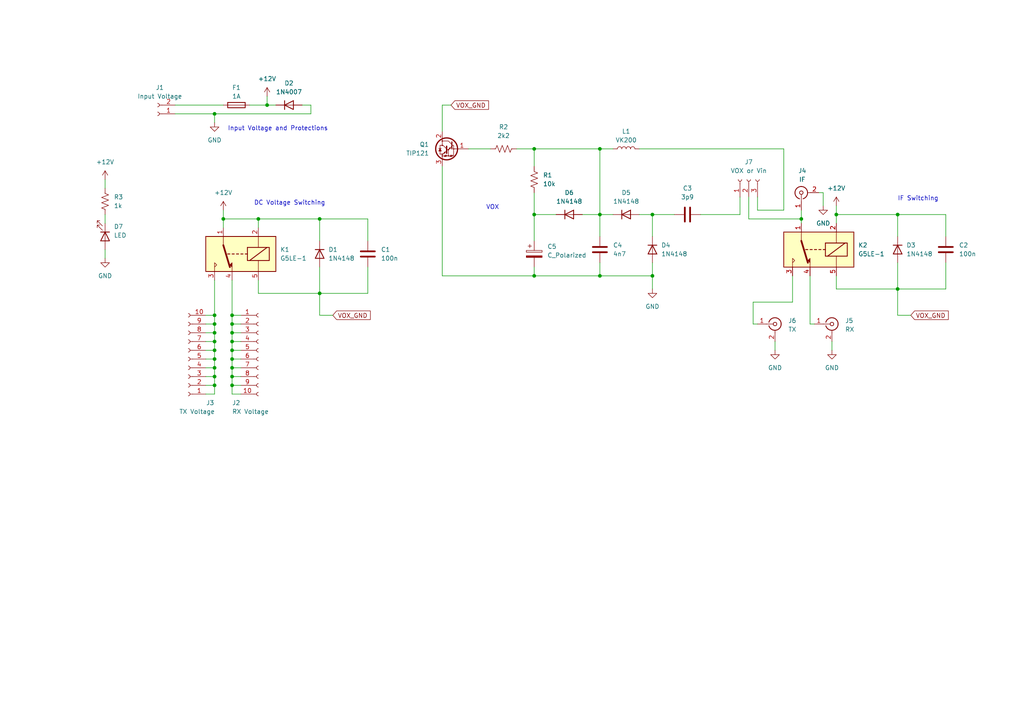
<source format=kicad_sch>
(kicad_sch (version 20230121) (generator eeschema)
  (paper "A4")
  (lib_symbols
    (symbol "Connector:Conn_01x02_Socket" (pin_names (offset 1.016) hide)
      (property "Reference" "J" (at 0 2.54 0))
      (property "Value" "Conn_01x02_Socket" (at 0 -5.08 0))
      (symbol "Conn_01x02_Socket_1_1"
        (arc (start 0 -2.032) (mid -0.5058 -2.54) (end 0 -3.048) (stroke (width 0.1524)))
        (polyline (pts (xy -1.27 -2.54) (xy -0.508 -2.54)) (stroke (width 0.1524)))
        (polyline (pts (xy -1.27 0) (xy -0.508 0)) (stroke (width 0.1524)))
        (arc (start 0 0.508) (mid -0.5058 0) (end 0 -0.508) (stroke (width 0.1524)))
        (pin passive line (at -5.08 0 0) (length 3.81) (name "Pin_1") (number "1"))
        (pin passive line (at -5.08 -2.54 0) (length 3.81) (name "Pin_2") (number "2"))
      )
    )
    (symbol "Connector:Conn_01x03_Socket" (pin_names (offset 1.016) hide)
      (property "Reference" "J" (at 0 5.08 0))
      (property "Value" "Conn_01x03_Socket" (at 0 -5.08 0))
      (symbol "Conn_01x03_Socket_1_1"
        (arc (start 0 -2.032) (mid -0.5058 -2.54) (end 0 -3.048) (stroke (width 0.1524)))
        (polyline (pts (xy -1.27 -2.54) (xy -0.508 -2.54)) (stroke (width 0.1524)))
        (polyline (pts (xy -1.27 0) (xy -0.508 0)) (stroke (width 0.1524)))
        (polyline (pts (xy -1.27 2.54) (xy -0.508 2.54)) (stroke (width 0.1524)))
        (arc (start 0 0.508) (mid -0.5058 0) (end 0 -0.508) (stroke (width 0.1524)))
        (arc (start 0 3.048) (mid -0.5058 2.54) (end 0 2.032) (stroke (width 0.1524)))
        (pin passive line (at -5.08 2.54 0) (length 3.81) (name "Pin_1") (number "1"))
        (pin passive line (at -5.08 0 0) (length 3.81) (name "Pin_2") (number "2"))
        (pin passive line (at -5.08 -2.54 0) (length 3.81) (name "Pin_3") (number "3"))
      )
    )
    (symbol "Connector:Conn_01x10_Socket" (pin_names (offset 1.016) hide)
      (property "Reference" "J" (at 0 12.7 0))
      (property "Value" "Conn_01x10_Socket" (at 0 -15.24 0))
      (symbol "Conn_01x10_Socket_1_1"
        (arc (start 0 -12.192) (mid -0.5058 -12.7) (end 0 -13.208) (stroke (width 0.1524)))
        (arc (start 0 -9.652) (mid -0.5058 -10.16) (end 0 -10.668) (stroke (width 0.1524)))
        (arc (start 0 -7.112) (mid -0.5058 -7.62) (end 0 -8.128) (stroke (width 0.1524)))
        (arc (start 0 -4.572) (mid -0.5058 -5.08) (end 0 -5.588) (stroke (width 0.1524)))
        (arc (start 0 -2.032) (mid -0.5058 -2.54) (end 0 -3.048) (stroke (width 0.1524)))
        (polyline (pts (xy -1.27 -12.7) (xy -0.508 -12.7)) (stroke (width 0.1524)))
        (polyline (pts (xy -1.27 -10.16) (xy -0.508 -10.16)) (stroke (width 0.1524)))
        (polyline (pts (xy -1.27 -7.62) (xy -0.508 -7.62)) (stroke (width 0.1524)))
        (polyline (pts (xy -1.27 -5.08) (xy -0.508 -5.08)) (stroke (width 0.1524)))
        (polyline (pts (xy -1.27 -2.54) (xy -0.508 -2.54)) (stroke (width 0.1524)))
        (polyline (pts (xy -1.27 0) (xy -0.508 0)) (stroke (width 0.1524)))
        (polyline (pts (xy -1.27 2.54) (xy -0.508 2.54)) (stroke (width 0.1524)))
        (polyline (pts (xy -1.27 5.08) (xy -0.508 5.08)) (stroke (width 0.1524)))
        (polyline (pts (xy -1.27 7.62) (xy -0.508 7.62)) (stroke (width 0.1524)))
        (polyline (pts (xy -1.27 10.16) (xy -0.508 10.16)) (stroke (width 0.1524)))
        (arc (start 0 0.508) (mid -0.5058 0) (end 0 -0.508) (stroke (width 0.1524)))
        (arc (start 0 3.048) (mid -0.5058 2.54) (end 0 2.032) (stroke (width 0.1524)))
        (arc (start 0 5.588) (mid -0.5058 5.08) (end 0 4.572) (stroke (width 0.1524)))
        (arc (start 0 8.128) (mid -0.5058 7.62) (end 0 7.112) (stroke (width 0.1524)))
        (arc (start 0 10.668) (mid -0.5058 10.16) (end 0 9.652) (stroke (width 0.1524)))
        (pin passive line (at -5.08 10.16 0) (length 3.81) (name "Pin_1") (number "1"))
        (pin passive line (at -5.08 -12.7 0) (length 3.81) (name "Pin_10") (number "10"))
        (pin passive line (at -5.08 7.62 0) (length 3.81) (name "Pin_2") (number "2"))
        (pin passive line (at -5.08 5.08 0) (length 3.81) (name "Pin_3") (number "3"))
        (pin passive line (at -5.08 2.54 0) (length 3.81) (name "Pin_4") (number "4"))
        (pin passive line (at -5.08 0 0) (length 3.81) (name "Pin_5") (number "5"))
        (pin passive line (at -5.08 -2.54 0) (length 3.81) (name "Pin_6") (number "6"))
        (pin passive line (at -5.08 -5.08 0) (length 3.81) (name "Pin_7") (number "7"))
        (pin passive line (at -5.08 -7.62 0) (length 3.81) (name "Pin_8") (number "8"))
        (pin passive line (at -5.08 -10.16 0) (length 3.81) (name "Pin_9") (number "9"))
      )
    )
    (symbol "Connector:Conn_Coaxial" (pin_names (offset 1.016) hide)
      (property "Reference" "J" (at 0.254 3.048 0))
      (property "Value" "Conn_Coaxial" (at 2.921 0 90))
      (symbol "Conn_Coaxial_0_1"
        (arc (start -1.778 -0.508) (mid 0.2311 -1.8066) (end 1.778 0) (stroke (width 0.254)))
        (polyline (pts (xy -2.54 0) (xy -0.508 0)))
        (polyline (pts (xy 0 -2.54) (xy 0 -1.778)))
        (circle (center 0 0) (radius 0.508) (stroke (width 0.2032)))
        (arc (start 1.778 0) (mid 0.2099 1.8101) (end -1.778 0.508) (stroke (width 0.254)))
      )
      (symbol "Conn_Coaxial_1_1"
        (pin passive line (at -5.08 0 0) (length 2.54) (name "In") (number "1"))
        (pin passive line (at 0 -5.08 90) (length 2.54) (name "Ext") (number "2"))
      )
    )
    (symbol "Device:C" (pin_numbers hide) (pin_names (offset 0.254))
      (property "Reference" "C" (at 0.635 2.54 0))
      (property "Value" "C" (at 0.635 -2.54 0))
      (symbol "C_0_1"
        (polyline (pts (xy -2.032 -0.762) (xy 2.032 -0.762)) (stroke (width 0.508)))
        (polyline (pts (xy -2.032 0.762) (xy 2.032 0.762)) (stroke (width 0.508)))
      )
      (symbol "C_1_1"
        (pin passive line (at 0 3.81 270) (length 2.794) (name "~") (number "1"))
        (pin passive line (at 0 -3.81 90) (length 2.794) (name "~") (number "2"))
      )
    )
    (symbol "Device:C_Polarized" (pin_numbers hide) (pin_names (offset 0.254))
      (property "Reference" "C" (at 0.635 2.54 0))
      (property "Value" "C_Polarized" (at 0.635 -2.54 0))
      (symbol "C_Polarized_0_1"
        (rectangle (start -2.286 0.508) (end 2.286 1.016))
        (polyline (pts (xy -1.778 2.286) (xy -0.762 2.286)))
        (polyline (pts (xy -1.27 2.794) (xy -1.27 1.778)))
        (rectangle (start 2.286 -0.508) (end -2.286 -1.016) (fill (type outline)))
      )
      (symbol "C_Polarized_1_1"
        (pin passive line (at 0 3.81 270) (length 2.794) (name "~") (number "1"))
        (pin passive line (at 0 -3.81 90) (length 2.794) (name "~") (number "2"))
      )
    )
    (symbol "Device:Fuse" (pin_numbers hide) (pin_names (offset 0))
      (property "Reference" "F" (at 2.032 0 90))
      (property "Value" "Fuse" (at -1.905 0 90))
      (symbol "Fuse_0_1"
        (rectangle (start -0.762 -2.54) (end 0.762 2.54) (stroke (width 0.254)))
        (polyline (pts (xy 0 2.54) (xy 0 -2.54)))
      )
      (symbol "Fuse_1_1"
        (pin passive line (at 0 3.81 270) (length 1.27) (name "~") (number "1"))
        (pin passive line (at 0 -3.81 90) (length 1.27) (name "~") (number "2"))
      )
    )
    (symbol "Device:L" (pin_numbers hide) (pin_names (offset 1.016) hide)
      (property "Reference" "L" (at -1.27 0 90))
      (property "Value" "L" (at 1.905 0 90))
      (symbol "L_0_1"
        (arc (start 0 -2.54) (mid 0.6323 -1.905) (end 0 -1.27))
        (arc (start 0 -1.27) (mid 0.6323 -0.635) (end 0 0))
        (arc (start 0 0) (mid 0.6323 0.635) (end 0 1.27))
        (arc (start 0 1.27) (mid 0.6323 1.905) (end 0 2.54))
      )
      (symbol "L_1_1"
        (pin passive line (at 0 3.81 270) (length 1.27) (name "1") (number "1"))
        (pin passive line (at 0 -3.81 90) (length 1.27) (name "2") (number "2"))
      )
    )
    (symbol "Device:LED" (pin_numbers hide) (pin_names (offset 1.016) hide)
      (property "Reference" "D" (at 0 2.54 0))
      (property "Value" "LED" (at 0 -2.54 0))
      (symbol "LED_0_1"
        (polyline (pts (xy -1.27 -1.27) (xy -1.27 1.27)) (stroke (width 0.254)))
        (polyline (pts (xy -1.27 0) (xy 1.27 0)))
        (polyline (pts (xy 1.27 -1.27) (xy 1.27 1.27) (xy -1.27 0) (xy 1.27 -1.27)) (stroke (width 0.254)))
        (polyline (pts (xy -3.048 -0.762) (xy -4.572 -2.286) (xy -3.81 -2.286) (xy -4.572 -2.286) (xy -4.572 -1.524)))
        (polyline (pts (xy -1.778 -0.762) (xy -3.302 -2.286) (xy -2.54 -2.286) (xy -3.302 -2.286) (xy -3.302 -1.524)))
      )
      (symbol "LED_1_1"
        (pin passive line (at -3.81 0 0) (length 2.54) (name "K") (number "1"))
        (pin passive line (at 3.81 0 180) (length 2.54) (name "A") (number "2"))
      )
    )
    (symbol "Device:R_US" (pin_numbers hide) (pin_names (offset 0))
      (property "Reference" "R" (at 2.54 0 90))
      (property "Value" "R_US" (at -2.54 0 90))
      (symbol "R_US_0_1"
        (polyline (pts (xy 0 -2.286) (xy 0 -2.54)))
        (polyline (pts (xy 0 2.286) (xy 0 2.54)))
        (polyline (pts (xy 0 -0.762) (xy 1.016 -1.143) (xy 0 -1.524) (xy -1.016 -1.905) (xy 0 -2.286)))
        (polyline (pts (xy 0 0.762) (xy 1.016 0.381) (xy 0 0) (xy -1.016 -0.381) (xy 0 -0.762)))
        (polyline (pts (xy 0 2.286) (xy 1.016 1.905) (xy 0 1.524) (xy -1.016 1.143) (xy 0 0.762)))
      )
      (symbol "R_US_1_1"
        (pin passive line (at 0 3.81 270) (length 1.27) (name "~") (number "1"))
        (pin passive line (at 0 -3.81 90) (length 1.27) (name "~") (number "2"))
      )
    )
    (symbol "Diode:1N4007" (pin_numbers hide) (pin_names hide)
      (property "Reference" "D" (at 0 2.54 0))
      (property "Value" "1N4007" (at 0 -2.54 0))
      (symbol "1N4007_0_1"
        (polyline (pts (xy -1.27 1.27) (xy -1.27 -1.27)) (stroke (width 0.254)))
        (polyline (pts (xy 1.27 0) (xy -1.27 0)))
        (polyline (pts (xy 1.27 1.27) (xy 1.27 -1.27) (xy -1.27 0) (xy 1.27 1.27)) (stroke (width 0.254)))
      )
      (symbol "1N4007_1_1"
        (pin passive line (at -3.81 0 0) (length 2.54) (name "K") (number "1"))
        (pin passive line (at 3.81 0 180) (length 2.54) (name "A") (number "2"))
      )
    )
    (symbol "Diode:1N4148" (pin_numbers hide) (pin_names hide)
      (property "Reference" "D" (at 0 2.54 0))
      (property "Value" "1N4148" (at 0 -2.54 0))
      (symbol "1N4148_0_1"
        (polyline (pts (xy -1.27 1.27) (xy -1.27 -1.27)) (stroke (width 0.254)))
        (polyline (pts (xy 1.27 0) (xy -1.27 0)))
        (polyline (pts (xy 1.27 1.27) (xy 1.27 -1.27) (xy -1.27 0) (xy 1.27 1.27)) (stroke (width 0.254)))
      )
      (symbol "1N4148_1_1"
        (pin passive line (at -3.81 0 0) (length 2.54) (name "K") (number "1"))
        (pin passive line (at 3.81 0 180) (length 2.54) (name "A") (number "2"))
      )
    )
    (symbol "Relay:G5LE-1"
      (property "Reference" "K" (at 11.43 3.81 0))
      (property "Value" "G5LE-1" (at 11.43 1.27 0))
      (symbol "G5LE-1_0_0"
        (polyline (pts (xy 7.62 5.08) (xy 7.62 2.54) (xy 6.985 3.175) (xy 7.62 3.81)))
      )
      (symbol "G5LE-1_0_1"
        (rectangle (start -10.16 5.08) (end 10.16 -5.08) (stroke (width 0.254)) (fill (type background)))
        (rectangle (start -8.255 1.905) (end -1.905 -1.905) (stroke (width 0.254)))
        (polyline (pts (xy -7.62 -1.905) (xy -2.54 1.905)) (stroke (width 0.254)))
        (polyline (pts (xy -5.08 -5.08) (xy -5.08 -1.905)))
        (polyline (pts (xy -5.08 5.08) (xy -5.08 1.905)))
        (polyline (pts (xy -1.905 0) (xy -1.27 0)) (stroke (width 0.254)))
        (polyline (pts (xy -0.635 0) (xy 0 0)) (stroke (width 0.254)))
        (polyline (pts (xy 0.635 0) (xy 1.27 0)) (stroke (width 0.254)))
        (polyline (pts (xy 1.905 0) (xy 2.54 0)) (stroke (width 0.254)))
        (polyline (pts (xy 3.175 0) (xy 3.81 0)) (stroke (width 0.254)))
        (polyline (pts (xy 5.08 -2.54) (xy 3.175 3.81)) (stroke (width 0.508)))
        (polyline (pts (xy 5.08 -2.54) (xy 5.08 -5.08)))
        (polyline (pts (xy 2.54 5.08) (xy 2.54 2.54) (xy 3.175 3.175) (xy 2.54 3.81)) (fill (type outline)))
      )
      (symbol "G5LE-1_1_1"
        (pin passive line (at 5.08 -7.62 90) (length 2.54) (name "~") (number "1"))
        (pin passive line (at -5.08 -7.62 90) (length 2.54) (name "~") (number "2"))
        (pin passive line (at 7.62 7.62 270) (length 2.54) (name "~") (number "3"))
        (pin passive line (at 2.54 7.62 270) (length 2.54) (name "~") (number "4"))
        (pin passive line (at -5.08 7.62 270) (length 2.54) (name "~") (number "5"))
      )
    )
    (symbol "Transistor_BJT:TIP121" (pin_names (offset 0) hide)
      (property "Reference" "Q" (at 5.08 1.905 0))
      (property "Value" "TIP121" (at 5.08 0 0))
      (symbol "TIP121_0_1"
        (circle (center -0.762 0) (radius 0.127))
        (polyline (pts (xy -1.27 0) (xy -0.889 0)))
        (polyline (pts (xy 2.54 -2.032) (xy 2.54 -2.54)))
        (polyline (pts (xy 2.54 -1.524) (xy 3.175 -1.524)))
        (polyline (pts (xy 2.794 0.127) (xy 3.556 0.127)))
        (polyline (pts (xy 3.175 -0.635) (xy 3.175 -1.524)))
        (polyline (pts (xy 3.175 1.016) (xy 2.54 1.016)))
        (polyline (pts (xy 3.175 1.016) (xy 3.175 0.127)))
        (polyline (pts (xy -0.254 0.762) (xy 0.762 -0.254) (xy 1.27 -0.254)))
        (polyline (pts (xy -0.254 1.016) (xy -0.762 1.016) (xy -0.762 -2.032)))
        (polyline (pts (xy -0.254 1.27) (xy 0.762 2.286) (xy 2.54 2.286)))
        (polyline (pts (xy -0.254 2.032) (xy -0.254 0) (xy -0.254 0)) (stroke (width 0.3048)))
        (polyline (pts (xy 1.27 0.762) (xy 1.27 -1.27) (xy 1.27 -1.27)) (stroke (width 0.381)))
        (polyline (pts (xy 0.635 -0.127) (xy 0.381 0.381) (xy 0.127 0.127) (xy 0.635 -0.127)))
        (polyline (pts (xy 1.27 -0.508) (xy 2.286 -1.524) (xy 2.54 -1.524) (xy 2.54 -2.032)))
        (polyline (pts (xy 1.27 0) (xy 2.286 1.016) (xy 2.54 1.016) (xy 2.54 2.286)))
        (polyline (pts (xy 2.159 -1.397) (xy 1.905 -0.889) (xy 1.651 -1.143) (xy 2.159 -1.397)))
        (polyline (pts (xy 3.175 0.127) (xy 2.794 -0.635) (xy 3.556 -0.635) (xy 3.175 0.127)) (fill (type outline)))
        (polyline (pts (xy 0.762 -2.032) (xy 0.381 -2.032) (xy 0.254 -2.286) (xy 0.127 -1.778) (xy 0 -2.286) (xy -0.127 -1.778) (xy -0.254 -2.286) (xy -0.381 -1.778) (xy -0.508 -2.032) (xy -0.762 -2.032)))
        (polyline (pts (xy 0.762 -0.254) (xy 0.762 -2.032) (xy 1.143 -2.032) (xy 1.27 -1.778) (xy 1.397 -2.286) (xy 1.524 -1.778) (xy 1.651 -2.286) (xy 1.778 -1.778) (xy 1.905 -2.286) (xy 2.032 -2.032) (xy 2.54 -2.032)))
        (circle (center 0.762 -2.032) (radius 0.127))
        (circle (center 0.762 -0.254) (radius 0.127))
        (circle (center 1.27 0) (radius 3.175) (stroke (width 0.3556)))
        (circle (center 2.54 -2.032) (radius 0.127))
        (circle (center 2.54 -1.524) (radius 0.127))
        (circle (center 2.54 1.016) (radius 0.127))
        (circle (center 2.54 2.286) (radius 0.127))
      )
      (symbol "TIP121_1_1"
        (pin input line (at -5.08 0 0) (length 3.81) (name "B") (number "1"))
        (pin passive line (at 2.54 5.08 270) (length 2.667) (name "C") (number "2"))
        (pin passive line (at 2.54 -5.08 90) (length 2.54) (name "E") (number "3"))
      )
    )
    (symbol "power:+12V" (power) (pin_names (offset 0))
      (property "Value" "+12V" (at 0 3.556 0))
      (symbol "+12V_0_1"
        (polyline (pts (xy -0.762 1.27) (xy 0 2.54)))
        (polyline (pts (xy 0 0) (xy 0 2.54)))
        (polyline (pts (xy 0 2.54) (xy 0.762 1.27)))
      )
      (symbol "+12V_1_1"
        (pin power_in line (at 0 0 90) (length 0) hide (name "+12V") (number "1"))
      )
    )
    (symbol "power:GND" (power) (pin_names (offset 0))
      (property "Value" "GND" (at 0 -3.81 0))
      (symbol "GND_0_1"
        (polyline (pts (xy 0 0) (xy 0 -1.27) (xy 1.27 -1.27) (xy 0 -2.54) (xy -1.27 -1.27) (xy 0 -1.27)))
      )
      (symbol "GND_1_1"
        (pin power_in line (at 0 0 270) (length 0) hide (name "GND") (number "1"))
      )
    )
  )
  (junction (at 62.23 111.76))
  (junction (at 62.23 91.44))
  (junction (at 67.31 111.76))
  (junction (at 242.57 62.23))
  (junction (at 189.23 62.23))
  (junction (at 173.99 80.01))
  (junction (at 260.35 83.82))
  (junction (at 67.31 96.52))
  (junction (at 173.99 62.23))
  (junction (at 154.94 43.18))
  (junction (at 62.23 93.98))
  (junction (at 189.23 80.01))
  (junction (at 62.23 109.22))
  (junction (at 62.23 33.02))
  (junction (at 67.31 104.14))
  (junction (at 232.41 63.5))
  (junction (at 260.35 62.23))
  (junction (at 154.94 62.23))
  (junction (at 74.93 63.5))
  (junction (at 67.31 106.68))
  (junction (at 64.77 63.5))
  (junction (at 62.23 106.68))
  (junction (at 67.31 101.6))
  (junction (at 173.99 43.18))
  (junction (at 67.31 93.98))
  (junction (at 67.31 99.06))
  (junction (at 62.23 101.6))
  (junction (at 92.71 63.5))
  (junction (at 62.23 104.14))
  (junction (at 62.23 96.52))
  (junction (at 154.94 80.01))
  (junction (at 92.71 85.09))
  (junction (at 62.23 99.06))
  (junction (at 67.31 91.44))
  (junction (at 77.47 30.48))
  (junction (at 67.31 109.22))
  (wire (pts (xy 67.31 99.06) (xy 69.85 99.06)))
  (wire (pts (xy 67.31 93.98) (xy 67.31 96.52)))
  (wire (pts (xy 189.23 80.01) (xy 189.23 83.82)))
  (wire (pts (xy 242.57 62.23) (xy 260.35 62.23)))
  (wire (pts (xy 154.94 48.26) (xy 154.94 43.18)))
  (wire (pts (xy 67.31 111.76) (xy 69.85 111.76)))
  (wire (pts (xy 67.31 104.14) (xy 67.31 106.68)))
  (wire (pts (xy 30.48 62.23) (xy 30.48 64.77)))
  (wire (pts (xy 274.32 83.82) (xy 260.35 83.82)))
  (wire (pts (xy 50.8 30.48) (xy 64.77 30.48)))
  (wire (pts (xy 96.52 91.44) (xy 92.71 91.44)))
  (wire (pts (xy 67.31 99.06) (xy 67.31 101.6)))
  (wire (pts (xy 242.57 64.77) (xy 242.57 62.23)))
  (wire (pts (xy 62.23 104.14) (xy 62.23 101.6)))
  (wire (pts (xy 154.94 43.18) (xy 173.99 43.18)))
  (wire (pts (xy 62.23 106.68) (xy 62.23 104.14)))
  (wire (pts (xy 168.91 62.23) (xy 173.99 62.23)))
  (wire (pts (xy 154.94 62.23) (xy 161.29 62.23)))
  (wire (pts (xy 149.86 43.18) (xy 154.94 43.18)))
  (wire (pts (xy 218.44 93.98) (xy 218.44 87.63)))
  (wire (pts (xy 62.23 96.52) (xy 62.23 93.98)))
  (wire (pts (xy 260.35 76.2) (xy 260.35 83.82)))
  (wire (pts (xy 59.69 104.14) (xy 62.23 104.14)))
  (wire (pts (xy 219.71 93.98) (xy 218.44 93.98)))
  (wire (pts (xy 50.8 33.02) (xy 62.23 33.02)))
  (wire (pts (xy 92.71 69.85) (xy 92.71 63.5)))
  (wire (pts (xy 154.94 69.85) (xy 154.94 62.23)))
  (wire (pts (xy 274.32 76.2) (xy 274.32 83.82)))
  (wire (pts (xy 217.17 57.15) (xy 217.17 63.5)))
  (wire (pts (xy 106.68 77.47) (xy 106.68 85.09)))
  (wire (pts (xy 90.17 33.02) (xy 62.23 33.02)))
  (wire (pts (xy 90.17 30.48) (xy 90.17 33.02)))
  (wire (pts (xy 189.23 68.58) (xy 189.23 62.23)))
  (wire (pts (xy 241.3 99.06) (xy 241.3 101.6)))
  (wire (pts (xy 106.68 63.5) (xy 92.71 63.5)))
  (wire (pts (xy 59.69 93.98) (xy 62.23 93.98)))
  (wire (pts (xy 62.23 109.22) (xy 62.23 106.68)))
  (wire (pts (xy 128.27 80.01) (xy 154.94 80.01)))
  (wire (pts (xy 234.95 93.98) (xy 236.22 93.98)))
  (wire (pts (xy 67.31 109.22) (xy 69.85 109.22)))
  (wire (pts (xy 67.31 96.52) (xy 69.85 96.52)))
  (wire (pts (xy 74.93 66.04) (xy 74.93 63.5)))
  (wire (pts (xy 242.57 83.82) (xy 242.57 80.01)))
  (wire (pts (xy 128.27 30.48) (xy 130.81 30.48)))
  (wire (pts (xy 67.31 91.44) (xy 67.31 93.98)))
  (wire (pts (xy 274.32 62.23) (xy 260.35 62.23)))
  (wire (pts (xy 59.69 111.76) (xy 62.23 111.76)))
  (wire (pts (xy 62.23 33.02) (xy 62.23 35.56)))
  (wire (pts (xy 77.47 30.48) (xy 77.47 27.94)))
  (wire (pts (xy 72.39 30.48) (xy 77.47 30.48)))
  (wire (pts (xy 62.23 111.76) (xy 62.23 109.22)))
  (wire (pts (xy 219.71 60.96) (xy 219.71 57.15)))
  (wire (pts (xy 59.69 106.68) (xy 62.23 106.68)))
  (wire (pts (xy 62.23 93.98) (xy 62.23 91.44)))
  (wire (pts (xy 203.2 62.23) (xy 214.63 62.23)))
  (wire (pts (xy 87.63 30.48) (xy 90.17 30.48)))
  (wire (pts (xy 135.89 43.18) (xy 142.24 43.18)))
  (wire (pts (xy 264.16 91.44) (xy 260.35 91.44)))
  (wire (pts (xy 92.71 85.09) (xy 74.93 85.09)))
  (wire (pts (xy 106.68 85.09) (xy 92.71 85.09)))
  (wire (pts (xy 74.93 85.09) (xy 74.93 81.28)))
  (wire (pts (xy 173.99 80.01) (xy 189.23 80.01)))
  (wire (pts (xy 232.41 63.5) (xy 232.41 64.77)))
  (wire (pts (xy 106.68 69.85) (xy 106.68 63.5)))
  (wire (pts (xy 62.23 91.44) (xy 62.23 81.28)))
  (wire (pts (xy 260.35 68.58) (xy 260.35 62.23)))
  (wire (pts (xy 67.31 114.3) (xy 69.85 114.3)))
  (wire (pts (xy 238.76 55.88) (xy 238.76 59.69)))
  (wire (pts (xy 62.23 114.3) (xy 62.23 111.76)))
  (wire (pts (xy 30.48 52.07) (xy 30.48 54.61)))
  (wire (pts (xy 189.23 76.2) (xy 189.23 80.01)))
  (wire (pts (xy 227.33 60.96) (xy 219.71 60.96)))
  (wire (pts (xy 67.31 106.68) (xy 67.31 109.22)))
  (wire (pts (xy 67.31 93.98) (xy 69.85 93.98)))
  (wire (pts (xy 173.99 62.23) (xy 177.8 62.23)))
  (wire (pts (xy 64.77 60.96) (xy 64.77 63.5)))
  (wire (pts (xy 92.71 77.47) (xy 92.71 85.09)))
  (wire (pts (xy 74.93 63.5) (xy 64.77 63.5)))
  (wire (pts (xy 189.23 62.23) (xy 195.58 62.23)))
  (wire (pts (xy 173.99 43.18) (xy 177.8 43.18)))
  (wire (pts (xy 59.69 109.22) (xy 62.23 109.22)))
  (wire (pts (xy 67.31 81.28) (xy 67.31 91.44)))
  (wire (pts (xy 92.71 63.5) (xy 74.93 63.5)))
  (wire (pts (xy 218.44 87.63) (xy 229.87 87.63)))
  (wire (pts (xy 154.94 55.88) (xy 154.94 62.23)))
  (wire (pts (xy 217.17 63.5) (xy 232.41 63.5)))
  (wire (pts (xy 260.35 91.44) (xy 260.35 83.82)))
  (wire (pts (xy 224.79 99.06) (xy 224.79 101.6)))
  (wire (pts (xy 67.31 106.68) (xy 69.85 106.68)))
  (wire (pts (xy 173.99 68.58) (xy 173.99 62.23)))
  (wire (pts (xy 67.31 109.22) (xy 67.31 111.76)))
  (wire (pts (xy 67.31 111.76) (xy 67.31 114.3)))
  (wire (pts (xy 59.69 114.3) (xy 62.23 114.3)))
  (wire (pts (xy 67.31 91.44) (xy 69.85 91.44)))
  (wire (pts (xy 59.69 91.44) (xy 62.23 91.44)))
  (wire (pts (xy 185.42 43.18) (xy 227.33 43.18)))
  (wire (pts (xy 67.31 101.6) (xy 69.85 101.6)))
  (wire (pts (xy 67.31 96.52) (xy 67.31 99.06)))
  (wire (pts (xy 242.57 59.69) (xy 242.57 62.23)))
  (wire (pts (xy 154.94 77.47) (xy 154.94 80.01)))
  (wire (pts (xy 234.95 80.01) (xy 234.95 93.98)))
  (wire (pts (xy 62.23 99.06) (xy 62.23 96.52)))
  (wire (pts (xy 128.27 38.1) (xy 128.27 30.48)))
  (wire (pts (xy 237.49 55.88) (xy 238.76 55.88)))
  (wire (pts (xy 154.94 80.01) (xy 173.99 80.01)))
  (wire (pts (xy 92.71 91.44) (xy 92.71 85.09)))
  (wire (pts (xy 260.35 83.82) (xy 242.57 83.82)))
  (wire (pts (xy 62.23 101.6) (xy 62.23 99.06)))
  (wire (pts (xy 227.33 43.18) (xy 227.33 60.96)))
  (wire (pts (xy 30.48 72.39) (xy 30.48 74.93)))
  (wire (pts (xy 232.41 60.96) (xy 232.41 63.5)))
  (wire (pts (xy 128.27 48.26) (xy 128.27 80.01)))
  (wire (pts (xy 59.69 99.06) (xy 62.23 99.06)))
  (wire (pts (xy 77.47 30.48) (xy 80.01 30.48)))
  (wire (pts (xy 214.63 57.15) (xy 214.63 62.23)))
  (wire (pts (xy 274.32 68.58) (xy 274.32 62.23)))
  (wire (pts (xy 173.99 43.18) (xy 173.99 62.23)))
  (wire (pts (xy 64.77 63.5) (xy 64.77 66.04)))
  (wire (pts (xy 59.69 96.52) (xy 62.23 96.52)))
  (wire (pts (xy 67.31 104.14) (xy 69.85 104.14)))
  (wire (pts (xy 229.87 87.63) (xy 229.87 80.01)))
  (wire (pts (xy 67.31 101.6) (xy 67.31 104.14)))
  (wire (pts (xy 59.69 101.6) (xy 62.23 101.6)))
  (wire (pts (xy 189.23 62.23) (xy 185.42 62.23)))
  (wire (pts (xy 173.99 76.2) (xy 173.99 80.01)))
  (text "VOX" (at 140.97 60.96 0) (effects (font (size 1.27 1.27)) (justify left bottom)))
  (text "Input Voltage and Protections" (at 66.04 38.1 0) (effects (font (size 1.27 1.27)) (justify left bottom)))
  (text "DC Voltage Switching" (at 73.66 59.69 0) (effects (font (size 1.27 1.27)) (justify left bottom)))
  (text "IF Switching" (at 260.35 58.42 0) (effects (font (size 1.27 1.27)) (justify left bottom)))
  (global_label "VOX_GND" (shape input) (at 96.52 91.44 0) (property "Intersheetrefs" "${INTERSHEET_REFS}" (effects hide)))
  (global_label "VOX_GND" (shape input) (at 264.16 91.44 0) (property "Intersheetrefs" "${INTERSHEET_REFS}" (effects hide)))
  (global_label "VOX_GND" (shape input) (at 130.81 30.48 0) (property "Intersheetrefs" "${INTERSHEET_REFS}" (effects hide)))
  (symbol (lib_id "Connector:Conn_01x10_Socket") (at 74.93 101.6 0) (unit 1)
    (property "Reference" "J2" (at 67.31 116.84 0) (effects (justify left)))
    (property "Value" "RX Voltage" (at 67.31 119.38 0) (effects (justify left)))
    (property "Footprint" "Connector_PinHeader_2.54mm:PinHeader_1x10_P2.54mm_Vertical" (effects hide))
  )
  (symbol (lib_id "Device:C_Polarized") (at 154.94 73.66 0) (unit 1)
    (property "Reference" "C5" (at 158.75 71.501 0) (effects (justify left)))
    (property "Value" "C_Polarized" (at 158.75 74.041 0) (effects (justify left)))
  )
  (symbol (lib_id "Diode:1N4148") (at 92.71 73.66 270) (unit 1)
    (property "Reference" "D1" (at 95.25 72.39 90) (effects (justify left)))
    (property "Value" "1N4148" (at 95.25 74.93 90) (effects (justify left)))
    (property "Footprint" "Diode_THT:D_DO-35_SOD27_P7.62mm_Horizontal" (effects hide))
    (property "Datasheet" "https://assets.nexperia.com/documents/data-sheet/1N4148_1N4448.pdf" (effects hide))
    (property "Sim.Device" "D" (effects hide))
    (property "Sim.Pins" "1=K 2=A" (effects hide))
  )
  (symbol (lib_id "power:+12V") (at 77.47 27.94 0) (unit 1)
    (property "Reference" "#PWR02" (effects hide))
    (property "Value" "+12V" (at 77.47 22.86 0))
  )
  (symbol (lib_id "Device:LED") (at 30.48 68.58 270) (unit 1)
    (property "Reference" "D7" (at 33.02 65.7225 90) (effects (justify left)))
    (property "Value" "LED" (at 33.02 68.2625 90) (effects (justify left)))
  )
  (symbol (lib_id "power:+12V") (at 30.48 52.07 0) (unit 1)
    (property "Reference" "#PWR09" (effects hide))
    (property "Value" "+12V" (at 30.48 46.99 0))
  )
  (symbol (lib_id "Connector:Conn_Coaxial") (at 224.79 93.98 0) (unit 1)
    (property "Reference" "J6" (at 228.6 93.0032 0) (effects (justify left)))
    (property "Value" "TX" (at 228.6 95.5432 0) (effects (justify left)))
    (property "Footprint" "Connector_Coaxial:SMA_Amphenol_132289_EdgeMount" (effects hide))
    (property "Datasheet" " ~" (effects hide))
  )
  (symbol (lib_id "Device:L") (at 181.61 43.18 90) (unit 1)
    (property "Reference" "L1" (at 181.61 38.1 90))
    (property "Value" "VK200" (at 181.61 40.64 90))
    (property "Footprint" "Inductor_THT:L_Axial_L20.0mm_D8.0mm_P5.08mm_Vertical" (effects hide))
  )
  (symbol (lib_id "power:GND") (at 241.3 101.6 0) (unit 1)
    (property "Reference" "#PWR07" (effects hide))
    (property "Value" "GND" (at 241.3 106.68 0))
  )
  (symbol (lib_id "Connector:Conn_01x02_Socket") (at 45.72 33.02 180) (unit 1)
    (property "Reference" "J1" (at 46.355 25.4 0))
    (property "Value" "Input Voltage" (at 46.355 27.94 0))
  )
  (symbol (lib_id "power:GND") (at 224.79 101.6 0) (unit 1)
    (property "Reference" "#PWR06" (effects hide))
    (property "Value" "GND" (at 224.79 106.68 0))
  )
  (symbol (lib_id "Device:C") (at 106.68 73.66 0) (unit 1)
    (property "Reference" "C1" (at 110.49 72.39 0) (effects (justify left)))
    (property "Value" "100n" (at 110.49 74.93 0) (effects (justify left)))
    (property "Footprint" "Capacitor_THT:C_Disc_D7.5mm_W2.5mm_P5.00mm" (effects hide))
  )
  (symbol (lib_id "Connector:Conn_Coaxial") (at 232.41 55.88 90) (unit 1)
    (property "Reference" "J4" (at 232.7032 49.53 90))
    (property "Value" "IF" (at 232.7032 52.07 90))
    (property "Footprint" "Connector_Coaxial:SMA_Amphenol_132289_EdgeMount" (effects hide))
    (property "Datasheet" " ~" (effects hide))
  )
  (symbol (lib_id "Device:C") (at 173.99 72.39 180) (unit 1)
    (property "Reference" "C4" (at 177.8 71.12 0) (effects (justify right)))
    (property "Value" "4n7" (at 177.8 73.66 0) (effects (justify right)))
    (property "Footprint" "Capacitor_THT:C_Disc_D7.5mm_W2.5mm_P5.00mm" (effects hide))
  )
  (symbol (lib_id "power:+12V") (at 64.77 60.96 0) (unit 1)
    (property "Reference" "#PWR03" (effects hide))
    (property "Value" "+12V" (at 64.77 55.88 0))
  )
  (symbol (lib_id "Diode:1N4148") (at 165.1 62.23 0) (unit 1)
    (property "Reference" "D6" (at 165.1 55.88 0))
    (property "Value" "1N4148" (at 165.1 58.42 0))
    (property "Footprint" "Diode_THT:D_DO-35_SOD27_P7.62mm_Horizontal" (effects hide))
    (property "Datasheet" "https://assets.nexperia.com/documents/data-sheet/1N4148_1N4448.pdf" (effects hide))
    (property "Sim.Device" "D" (effects hide))
    (property "Sim.Pins" "1=K 2=A" (effects hide))
  )
  (symbol (lib_id "Device:C") (at 274.32 72.39 0) (unit 1)
    (property "Reference" "C2" (at 278.13 71.12 0) (effects (justify left)))
    (property "Value" "100n" (at 278.13 73.66 0) (effects (justify left)))
    (property "Footprint" "Capacitor_THT:C_Disc_D7.5mm_W2.5mm_P5.00mm" (effects hide))
  )
  (symbol (lib_id "power:GND") (at 189.23 83.82 0) (unit 1)
    (property "Reference" "#PWR08" (effects hide))
    (property "Value" "GND" (at 189.23 88.9 0))
  )
  (symbol (lib_id "Connector:Conn_Coaxial") (at 241.3 93.98 0) (unit 1)
    (property "Reference" "J5" (at 245.11 93.0032 0) (effects (justify left)))
    (property "Value" "RX" (at 245.11 95.5432 0) (effects (justify left)))
    (property "Footprint" "Connector_Coaxial:SMA_Amphenol_132289_EdgeMount" (effects hide))
    (property "Datasheet" " ~" (effects hide))
  )
  (symbol (lib_id "Device:R_US") (at 146.05 43.18 90) (unit 1)
    (property "Reference" "R2" (at 146.05 36.83 90))
    (property "Value" "2k2" (at 146.05 39.37 90))
  )
  (symbol (lib_id "Connector:Conn_01x10_Socket") (at 54.61 104.14 180) (unit 1)
    (property "Reference" "J3" (at 60.96 116.84 0))
    (property "Value" "TX Voltage" (at 57.15 119.38 0))
    (property "Footprint" "Connector_PinHeader_2.54mm:PinHeader_1x10_P2.54mm_Vertical" (effects hide))
  )
  (symbol (lib_id "Relay:G5LE-1") (at 237.49 72.39 180) (unit 1)
    (property "Reference" "K2" (at 248.92 71.12 0) (effects (justify right)))
    (property "Value" "G5LE-1" (at 248.92 73.66 0) (effects (justify right)))
    (property "Footprint" "Relay_THT:Relay_SPDT_Omron-G5LE-1" (effects hide))
    (property "Datasheet" "http://www.omron.com/ecb/products/pdf/en-g5le.pdf" (effects hide))
  )
  (symbol (lib_id "power:GND") (at 238.76 59.69 0) (unit 1)
    (property "Reference" "#PWR05" (effects hide))
    (property "Value" "GND" (at 238.76 64.77 0))
  )
  (symbol (lib_id "power:+12V") (at 242.57 59.69 0) (unit 1)
    (property "Reference" "#PWR04" (effects hide))
    (property "Value" "+12V" (at 242.57 54.61 0))
  )
  (symbol (lib_id "Connector:Conn_01x03_Socket") (at 217.17 52.07 90) (unit 1)
    (property "Reference" "J7" (at 217.17 46.99 90))
    (property "Value" "VOX or Vin" (at 217.17 49.53 90))
    (property "Footprint" "Connector_PinHeader_2.54mm:PinHeader_1x03_P2.54mm_Vertical" (effects hide))
  )
  (symbol (lib_id "Device:Fuse") (at 68.58 30.48 90) (unit 1)
    (property "Reference" "F1" (at 68.58 25.4 90))
    (property "Value" "1A" (at 68.58 27.94 90))
    (property "Footprint" "Fuse:Fuseholder_Littelfuse_100_series_5x20mm" (effects hide))
  )
  (symbol (lib_id "Relay:G5LE-1") (at 69.85 73.66 180) (unit 1)
    (property "Reference" "K1" (at 81.28 72.39 0) (effects (justify right)))
    (property "Value" "G5LE-1" (at 81.28 74.93 0) (effects (justify right)))
    (property "Footprint" "Relay_THT:Relay_SPDT_Omron-G5LE-1" (effects hide))
    (property "Datasheet" "http://www.omron.com/ecb/products/pdf/en-g5le.pdf" (effects hide))
  )
  (symbol (lib_id "power:GND") (at 62.23 35.56 0) (unit 1)
    (property "Reference" "#PWR01" (effects hide))
    (property "Value" "GND" (at 62.23 40.64 0))
  )
  (symbol (lib_id "Transistor_BJT:TIP121") (at 130.81 43.18 0) (mirror y) (unit 1)
    (property "Reference" "Q1" (at 124.46 41.91 0) (effects (justify left)))
    (property "Value" "TIP121" (at 124.46 44.45 0) (effects (justify left)))
    (property "Footprint" "Package_TO_SOT_THT:TO-220-3_Vertical" (effects hide))
    (property "Datasheet" "https://www.onsemi.com/pub/Collateral/TIP120-D.PDF" (effects hide))
  )
  (symbol (lib_id "Device:R_US") (at 154.94 52.07 0) (unit 1)
    (property "Reference" "R1" (at 157.48 50.8 0) (effects (justify left)))
    (property "Value" "10k" (at 157.48 53.34 0) (effects (justify left)))
  )
  (symbol (lib_id "Device:R_US") (at 30.48 58.42 0) (unit 1)
    (property "Reference" "R3" (at 33.02 57.15 0) (effects (justify left)))
    (property "Value" "1k" (at 33.02 59.69 0) (effects (justify left)))
  )
  (symbol (lib_id "power:GND") (at 30.48 74.93 0) (unit 1)
    (property "Reference" "#PWR010" (effects hide))
    (property "Value" "GND" (at 30.48 80.01 0))
  )
  (symbol (lib_id "Diode:1N4148") (at 181.61 62.23 0) (unit 1)
    (property "Reference" "D5" (at 181.61 55.88 0))
    (property "Value" "1N4148" (at 181.61 58.42 0))
    (property "Footprint" "Diode_THT:D_DO-35_SOD27_P7.62mm_Horizontal" (effects hide))
    (property "Datasheet" "https://assets.nexperia.com/documents/data-sheet/1N4148_1N4448.pdf" (effects hide))
    (property "Sim.Device" "D" (effects hide))
    (property "Sim.Pins" "1=K 2=A" (effects hide))
  )
  (symbol (lib_id "Diode:1N4007") (at 83.82 30.48 0) (unit 1)
    (property "Reference" "D2" (at 83.82 24.13 0))
    (property "Value" "1N4007" (at 83.82 26.67 0))
    (property "Footprint" "Diode_THT:D_DO-41_SOD81_P10.16mm_Horizontal" (effects hide))
    (property "Datasheet" "http://www.vishay.com/docs/88503/1n4001.pdf" (effects hide))
    (property "Sim.Device" "D" (effects hide))
    (property "Sim.Pins" "1=K 2=A" (effects hide))
  )
  (symbol (lib_id "Diode:1N4148") (at 260.35 72.39 270) (unit 1)
    (property "Reference" "D3" (at 262.89 71.12 90) (effects (justify left)))
    (property "Value" "1N4148" (at 262.89 73.66 90) (effects (justify left)))
    (property "Footprint" "Diode_THT:D_DO-35_SOD27_P7.62mm_Horizontal" (effects hide))
    (property "Datasheet" "https://assets.nexperia.com/documents/data-sheet/1N4148_1N4448.pdf" (effects hide))
    (property "Sim.Device" "D" (effects hide))
    (property "Sim.Pins" "1=K 2=A" (effects hide))
  )
  (symbol (lib_id "Device:C") (at 199.39 62.23 90) (unit 1)
    (property "Reference" "C3" (at 199.39 54.61 90))
    (property "Value" "3p9" (at 199.39 57.15 90))
    (property "Footprint" "Capacitor_THT:C_Disc_D7.5mm_W2.5mm_P5.00mm" (effects hide))
  )
  (symbol (lib_id "Diode:1N4148") (at 189.23 72.39 270) (unit 1)
    (property "Reference" "D4" (at 191.77 71.12 90) (effects (justify left)))
    (property "Value" "1N4148" (at 191.77 73.66 90) (effects (justify left)))
    (property "Footprint" "Diode_THT:D_DO-35_SOD27_P7.62mm_Horizontal" (effects hide))
    (property "Datasheet" "https://assets.nexperia.com/documents/data-sheet/1N4148_1N4448.pdf" (effects hide))
    (property "Sim.Device" "D" (effects hide))
    (property "Sim.Pins" "1=K 2=A" (effects hide))
  )
)
</source>
